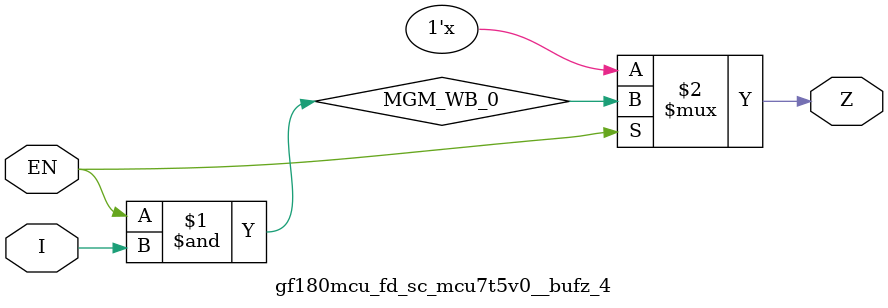
<source format=v>

module gf180mcu_fd_sc_mcu7t5v0__bufz_4( EN, I, Z );
input EN, I;
output Z;

	wire MGM_WB_0;

	wire MGM_WB_1;

	and MGM_BG_0( MGM_WB_0, EN, I );

	not MGM_BG_1( MGM_WB_1, EN );

	bufif0 MGM_BG_2( Z, MGM_WB_0,MGM_WB_1 );

endmodule

</source>
